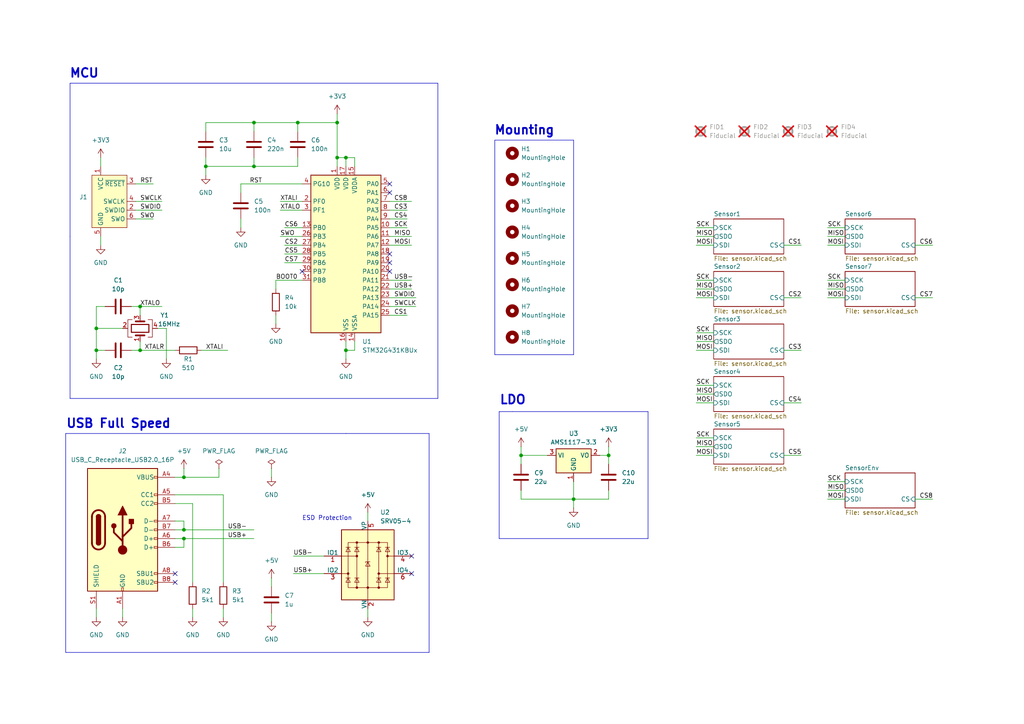
<source format=kicad_sch>
(kicad_sch (version 20231120) (generator "eeschema") (generator_version "8.0")
  (paper "A4")
  (lib_symbols
    (symbol "Connector:Conn_ARM_SWD_TagConnect_TC2030-NL" (in_bom no)
      (property "Reference" "J" (at 2.54 11.43 0))
      (property "Value" "Conn_ARM_SWD_TagConnect_TC2030-NL" (at 2.54 8.89 0))
      (symbol "Conn_ARM_SWD_TagConnect_TC2030-NL_0_0"
        (pin power_in line (at -2.54 10.16 270) (length 2.54) (name "VCC") (number "1"))
        (pin bidirectional line (at 7.62 -2.54 180) (length 2.54) (name "SWDIO") (number "2"))
        (pin open_collector line (at 7.62 5.08 180) (length 2.54) (name "~{RESET}") (number "3"))
        (pin output line (at 7.62 0 180) (length 2.54) (name "SWCLK") (number "4"))
        (pin power_in line (at -2.54 -10.16 90) (length 2.54) (name "GND") (number "5"))
        (pin input line (at 7.62 -5.08 180) (length 2.54) (name "SWO") (number "6"))
      )
      (symbol "Conn_ARM_SWD_TagConnect_TC2030-NL_0_1"
        (rectangle (start -5.08 7.62) (end 5.08 -7.62) (fill (type background)))
      )
    )
    (symbol "Connector:USB_C_Receptacle_USB2.0_16P" (pin_names (offset 1.016))
      (property "Reference" "J" (at 0 22.225 0))
      (property "Value" "USB_C_Receptacle_USB2.0_16P" (at 0 19.685 0))
      (symbol "USB_C_Receptacle_USB2.0_16P_0_0"
        (rectangle (start -0.254 -17.78) (end 0.254 -16.764))
        (rectangle (start 10.16 -14.986) (end 9.144 -15.494))
        (rectangle (start 10.16 -12.446) (end 9.144 -12.954))
        (rectangle (start 10.16 -4.826) (end 9.144 -5.334))
        (rectangle (start 10.16 -2.286) (end 9.144 -2.794))
        (rectangle (start 10.16 0.254) (end 9.144 -0.254))
        (rectangle (start 10.16 2.794) (end 9.144 2.286))
        (rectangle (start 10.16 7.874) (end 9.144 7.366))
        (rectangle (start 10.16 10.414) (end 9.144 9.906))
        (rectangle (start 10.16 15.494) (end 9.144 14.986))
      )
      (symbol "USB_C_Receptacle_USB2.0_16P_0_1"
        (rectangle (start -10.16 17.78) (end 10.16 -17.78) (stroke (width 0.254)) (fill (type background)))
        (arc (start -8.89 -3.81) (mid -6.985 -5.7067) (end -5.08 -3.81) (stroke (width 0.508)))
        (arc (start -7.62 -3.81) (mid -6.985 -4.4423) (end -6.35 -3.81) (stroke (width 0.254)))
        (arc (start -7.62 -3.81) (mid -6.985 -4.4423) (end -6.35 -3.81) (stroke (width 0.254)) (fill (type outline)))
        (rectangle (start -7.62 -3.81) (end -6.35 3.81) (stroke (width 0.254)) (fill (type outline)))
        (arc (start -6.35 3.81) (mid -6.985 4.4423) (end -7.62 3.81) (stroke (width 0.254)))
        (arc (start -6.35 3.81) (mid -6.985 4.4423) (end -7.62 3.81) (stroke (width 0.254)) (fill (type outline)))
        (arc (start -5.08 3.81) (mid -6.985 5.7067) (end -8.89 3.81) (stroke (width 0.508)))
        (circle (center -2.54 1.143) (radius 0.635) (stroke (width 0.254)) (fill (type outline)))
        (circle (center 0 -5.842) (radius 1.27) (fill (type outline)))
        (polyline (pts (xy -8.89 -3.81) (xy -8.89 3.81)) (stroke (width 0.508)))
        (polyline (pts (xy -5.08 3.81) (xy -5.08 -3.81)) (stroke (width 0.508)))
        (polyline (pts (xy 0 -5.842) (xy 0 4.318)) (stroke (width 0.508)))
        (polyline (pts (xy 0 -3.302) (xy -2.54 -0.762) (xy -2.54 0.508)) (stroke (width 0.508)))
        (polyline (pts (xy 0 -2.032) (xy 2.54 0.508) (xy 2.54 1.778)) (stroke (width 0.508)))
        (polyline (pts (xy -1.27 4.318) (xy 0 6.858) (xy 1.27 4.318) (xy -1.27 4.318)) (stroke (width 0.254)) (fill (type outline)))
        (rectangle (start 1.905 1.778) (end 3.175 3.048) (stroke (width 0.254)) (fill (type outline)))
      )
      (symbol "USB_C_Receptacle_USB2.0_16P_1_1"
        (pin passive line (at 0 -22.86 90) (length 5.08) (name "GND") (number "A1"))
        (pin passive line (at 0 -22.86 90) (length 5.08) hide (name "GND") (number "A12"))
        (pin passive line (at 15.24 15.24 180) (length 5.08) (name "VBUS") (number "A4"))
        (pin bidirectional line (at 15.24 10.16 180) (length 5.08) (name "CC1") (number "A5"))
        (pin bidirectional line (at 15.24 -2.54 180) (length 5.08) (name "D+") (number "A6"))
        (pin bidirectional line (at 15.24 2.54 180) (length 5.08) (name "D-") (number "A7"))
        (pin bidirectional line (at 15.24 -12.7 180) (length 5.08) (name "SBU1") (number "A8"))
        (pin passive line (at 15.24 15.24 180) (length 5.08) hide (name "VBUS") (number "A9"))
        (pin passive line (at 0 -22.86 90) (length 5.08) hide (name "GND") (number "B1"))
        (pin passive line (at 0 -22.86 90) (length 5.08) hide (name "GND") (number "B12"))
        (pin passive line (at 15.24 15.24 180) (length 5.08) hide (name "VBUS") (number "B4"))
        (pin bidirectional line (at 15.24 7.62 180) (length 5.08) (name "CC2") (number "B5"))
        (pin bidirectional line (at 15.24 -5.08 180) (length 5.08) (name "D+") (number "B6"))
        (pin bidirectional line (at 15.24 0 180) (length 5.08) (name "D-") (number "B7"))
        (pin bidirectional line (at 15.24 -15.24 180) (length 5.08) (name "SBU2") (number "B8"))
        (pin passive line (at 15.24 15.24 180) (length 5.08) hide (name "VBUS") (number "B9"))
        (pin passive line (at -7.62 -22.86 90) (length 5.08) (name "SHIELD") (number "S1"))
      )
    )
    (symbol "Device:C" (pin_numbers hide) (pin_names (offset 0.254))
      (property "Reference" "C" (at 0.635 2.54 0))
      (property "Value" "C" (at 0.635 -2.54 0))
      (symbol "C_0_1"
        (polyline (pts (xy -2.032 -0.762) (xy 2.032 -0.762)) (stroke (width 0.508)))
        (polyline (pts (xy -2.032 0.762) (xy 2.032 0.762)) (stroke (width 0.508)))
      )
      (symbol "C_1_1"
        (pin passive line (at 0 3.81 270) (length 2.794) (name "~") (number "1"))
        (pin passive line (at 0 -3.81 90) (length 2.794) (name "~") (number "2"))
      )
    )
    (symbol "Device:Crystal_GND24" (pin_names (offset 1.016) hide)
      (property "Reference" "Y" (at 3.175 5.08 0))
      (property "Value" "Crystal_GND24" (at 3.175 3.175 0))
      (symbol "Crystal_GND24_0_1"
        (rectangle (start -1.143 2.54) (end 1.143 -2.54) (stroke (width 0.3048)))
        (polyline (pts (xy -2.54 0) (xy -2.032 0)))
        (polyline (pts (xy -2.032 -1.27) (xy -2.032 1.27)) (stroke (width 0.508)))
        (polyline (pts (xy 0 -3.81) (xy 0 -3.556)))
        (polyline (pts (xy 0 3.556) (xy 0 3.81)))
        (polyline (pts (xy 2.032 -1.27) (xy 2.032 1.27)) (stroke (width 0.508)))
        (polyline (pts (xy 2.032 0) (xy 2.54 0)))
        (polyline (pts (xy -2.54 -2.286) (xy -2.54 -3.556) (xy 2.54 -3.556) (xy 2.54 -2.286)))
        (polyline (pts (xy -2.54 2.286) (xy -2.54 3.556) (xy 2.54 3.556) (xy 2.54 2.286)))
      )
      (symbol "Crystal_GND24_1_1"
        (pin passive line (at -3.81 0 0) (length 1.27) (name "1") (number "1"))
        (pin passive line (at 0 5.08 270) (length 1.27) (name "2") (number "2"))
        (pin passive line (at 3.81 0 180) (length 1.27) (name "3") (number "3"))
        (pin passive line (at 0 -5.08 90) (length 1.27) (name "4") (number "4"))
      )
    )
    (symbol "Device:R" (pin_numbers hide) (pin_names (offset 0))
      (property "Reference" "R" (at 2.032 0 90))
      (property "Value" "R" (at 0 0 90))
      (symbol "R_0_1"
        (rectangle (start -1.016 -2.54) (end 1.016 2.54) (stroke (width 0.254)))
      )
      (symbol "R_1_1"
        (pin passive line (at 0 3.81 270) (length 1.27) (name "~") (number "1"))
        (pin passive line (at 0 -3.81 90) (length 1.27) (name "~") (number "2"))
      )
    )
    (symbol "GND_1" (power) (pin_numbers hide) (pin_names (offset 0) hide)
      (property "Value" "GND" (at 0 -3.81 0))
      (symbol "GND_1_0_1"
        (polyline (pts (xy 0 0) (xy 0 -1.27) (xy 1.27 -1.27) (xy 0 -2.54) (xy -1.27 -1.27) (xy 0 -1.27)))
      )
      (symbol "GND_1_1_1"
        (pin power_in line (at 0 0 270) (length 0) (name "~") (number "1"))
      )
    )
    (symbol "GND_10" (power) (pin_numbers hide) (pin_names (offset 0) hide)
      (property "Value" "GND" (at 0 -3.81 0))
      (symbol "GND_10_0_1"
        (polyline (pts (xy 0 0) (xy 0 -1.27) (xy 1.27 -1.27) (xy 0 -2.54) (xy -1.27 -1.27) (xy 0 -1.27)))
      )
      (symbol "GND_10_1_1"
        (pin power_in line (at 0 0 270) (length 0) (name "~") (number "1"))
      )
    )
    (symbol "GND_11" (power) (pin_numbers hide) (pin_names (offset 0) hide)
      (property "Value" "GND" (at 0 -3.81 0))
      (symbol "GND_11_0_1"
        (polyline (pts (xy 0 0) (xy 0 -1.27) (xy 1.27 -1.27) (xy 0 -2.54) (xy -1.27 -1.27) (xy 0 -1.27)))
      )
      (symbol "GND_11_1_1"
        (pin power_in line (at 0 0 270) (length 0) (name "~") (number "1"))
      )
    )
    (symbol "GND_14" (power) (pin_numbers hide) (pin_names (offset 0) hide)
      (property "Value" "GND" (at 0 -3.81 0))
      (symbol "GND_14_0_1"
        (polyline (pts (xy 0 0) (xy 0 -1.27) (xy 1.27 -1.27) (xy 0 -2.54) (xy -1.27 -1.27) (xy 0 -1.27)))
      )
      (symbol "GND_14_1_1"
        (pin power_in line (at 0 0 270) (length 0) (name "~") (number "1"))
      )
    )
    (symbol "GND_2" (power) (pin_numbers hide) (pin_names (offset 0) hide)
      (property "Value" "GND" (at 0 -3.81 0))
      (symbol "GND_2_0_1"
        (polyline (pts (xy 0 0) (xy 0 -1.27) (xy 1.27 -1.27) (xy 0 -2.54) (xy -1.27 -1.27) (xy 0 -1.27)))
      )
      (symbol "GND_2_1_1"
        (pin power_in line (at 0 0 270) (length 0) (name "~") (number "1"))
      )
    )
    (symbol "GND_3" (power) (pin_numbers hide) (pin_names (offset 0) hide)
      (property "Value" "GND" (at 0 -3.81 0))
      (symbol "GND_3_0_1"
        (polyline (pts (xy 0 0) (xy 0 -1.27) (xy 1.27 -1.27) (xy 0 -2.54) (xy -1.27 -1.27) (xy 0 -1.27)))
      )
      (symbol "GND_3_1_1"
        (pin power_in line (at 0 0 270) (length 0) (name "~") (number "1"))
      )
    )
    (symbol "GND_4" (power) (pin_numbers hide) (pin_names (offset 0) hide)
      (property "Value" "GND" (at 0 -3.81 0))
      (symbol "GND_4_0_1"
        (polyline (pts (xy 0 0) (xy 0 -1.27) (xy 1.27 -1.27) (xy 0 -2.54) (xy -1.27 -1.27) (xy 0 -1.27)))
      )
      (symbol "GND_4_1_1"
        (pin power_in line (at 0 0 270) (length 0) (name "~") (number "1"))
      )
    )
    (symbol "GND_5" (power) (pin_numbers hide) (pin_names (offset 0) hide)
      (property "Value" "GND" (at 0 -3.81 0))
      (symbol "GND_5_0_1"
        (polyline (pts (xy 0 0) (xy 0 -1.27) (xy 1.27 -1.27) (xy 0 -2.54) (xy -1.27 -1.27) (xy 0 -1.27)))
      )
      (symbol "GND_5_1_1"
        (pin power_in line (at 0 0 270) (length 0) (name "~") (number "1"))
      )
    )
    (symbol "GND_6" (power) (pin_numbers hide) (pin_names (offset 0) hide)
      (property "Value" "GND" (at 0 -3.81 0))
      (symbol "GND_6_0_1"
        (polyline (pts (xy 0 0) (xy 0 -1.27) (xy 1.27 -1.27) (xy 0 -2.54) (xy -1.27 -1.27) (xy 0 -1.27)))
      )
      (symbol "GND_6_1_1"
        (pin power_in line (at 0 0 270) (length 0) (name "~") (number "1"))
      )
    )
    (symbol "GND_7" (power) (pin_numbers hide) (pin_names (offset 0) hide)
      (property "Value" "GND" (at 0 -3.81 0))
      (symbol "GND_7_0_1"
        (polyline (pts (xy 0 0) (xy 0 -1.27) (xy 1.27 -1.27) (xy 0 -2.54) (xy -1.27 -1.27) (xy 0 -1.27)))
      )
      (symbol "GND_7_1_1"
        (pin power_in line (at 0 0 270) (length 0) (name "~") (number "1"))
      )
    )
    (symbol "GND_8" (power) (pin_numbers hide) (pin_names (offset 0) hide)
      (property "Value" "GND" (at 0 -3.81 0))
      (symbol "GND_8_0_1"
        (polyline (pts (xy 0 0) (xy 0 -1.27) (xy 1.27 -1.27) (xy 0 -2.54) (xy -1.27 -1.27) (xy 0 -1.27)))
      )
      (symbol "GND_8_1_1"
        (pin power_in line (at 0 0 270) (length 0) (name "~") (number "1"))
      )
    )
    (symbol "GND_9" (power) (pin_numbers hide) (pin_names (offset 0) hide)
      (property "Value" "GND" (at 0 -3.81 0))
      (symbol "GND_9_0_1"
        (polyline (pts (xy 0 0) (xy 0 -1.27) (xy 1.27 -1.27) (xy 0 -2.54) (xy -1.27 -1.27) (xy 0 -1.27)))
      )
      (symbol "GND_9_1_1"
        (pin power_in line (at 0 0 270) (length 0) (name "~") (number "1"))
      )
    )
    (symbol "MCU_ST_STM32G4:STM32G431KBUx"
      (property "Reference" "U" (at -10.16 24.13 0))
      (property "Value" "STM32G431KBUx" (at 5.08 24.13 0))
      (symbol "STM32G431KBUx_0_1"
        (rectangle (start -10.16 -22.86) (end 10.16 22.86) (stroke (width 0.254)) (fill (type background)))
      )
      (symbol "STM32G431KBUx_1_1"
        (pin power_in line (at -2.54 25.4 270) (length 2.54) (name "VDD") (number "1"))
        (pin bidirectional line (at 12.7 7.62 180) (length 2.54) (name "PA5") (number "10"))
        (pin bidirectional line (at 12.7 5.08 180) (length 2.54) (name "PA6") (number "11"))
        (pin bidirectional line (at 12.7 2.54 180) (length 2.54) (name "PA7") (number "12"))
        (pin bidirectional line (at -12.7 7.62 0) (length 2.54) (name "PB0") (number "13"))
        (pin power_in line (at 2.54 -25.4 90) (length 2.54) (name "VSSA") (number "14"))
        (pin power_in line (at 2.54 25.4 270) (length 2.54) (name "VDDA") (number "15"))
        (pin power_in line (at 0 -25.4 90) (length 2.54) (name "VSS") (number "16"))
        (pin power_in line (at 0 25.4 270) (length 2.54) (name "VDD") (number "17"))
        (pin bidirectional line (at 12.7 0 180) (length 2.54) (name "PA8") (number "18"))
        (pin bidirectional line (at 12.7 -2.54 180) (length 2.54) (name "PA9") (number "19"))
        (pin bidirectional line (at -12.7 15.24 0) (length 2.54) (name "PF0") (number "2"))
        (pin bidirectional line (at 12.7 -5.08 180) (length 2.54) (name "PA10") (number "20"))
        (pin bidirectional line (at 12.7 -7.62 180) (length 2.54) (name "PA11") (number "21"))
        (pin bidirectional line (at 12.7 -10.16 180) (length 2.54) (name "PA12") (number "22"))
        (pin bidirectional line (at 12.7 -12.7 180) (length 2.54) (name "PA13") (number "23"))
        (pin bidirectional line (at 12.7 -15.24 180) (length 2.54) (name "PA14") (number "24"))
        (pin bidirectional line (at 12.7 -17.78 180) (length 2.54) (name "PA15") (number "25"))
        (pin bidirectional line (at -12.7 5.08 0) (length 2.54) (name "PB3") (number "26"))
        (pin bidirectional line (at -12.7 2.54 0) (length 2.54) (name "PB4") (number "27"))
        (pin bidirectional line (at -12.7 0 0) (length 2.54) (name "PB5") (number "28"))
        (pin bidirectional line (at -12.7 -2.54 0) (length 2.54) (name "PB6") (number "29"))
        (pin bidirectional line (at -12.7 12.7 0) (length 2.54) (name "PF1") (number "3"))
        (pin bidirectional line (at -12.7 -5.08 0) (length 2.54) (name "PB7") (number "30"))
        (pin bidirectional line (at -12.7 -7.62 0) (length 2.54) (name "PB8") (number "31"))
        (pin passive line (at 0 -25.4 90) (length 2.54) hide (name "VSS") (number "32"))
        (pin passive line (at 0 -25.4 90) (length 2.54) hide (name "VSS") (number "33"))
        (pin bidirectional line (at -12.7 20.32 0) (length 2.54) (name "PG10") (number "4"))
        (pin bidirectional line (at 12.7 20.32 180) (length 2.54) (name "PA0") (number "5"))
        (pin bidirectional line (at 12.7 17.78 180) (length 2.54) (name "PA1") (number "6"))
        (pin bidirectional line (at 12.7 15.24 180) (length 2.54) (name "PA2") (number "7"))
        (pin bidirectional line (at 12.7 12.7 180) (length 2.54) (name "PA3") (number "8"))
        (pin bidirectional line (at 12.7 10.16 180) (length 2.54) (name "PA4") (number "9"))
      )
    )
    (symbol "Mechanical:Fiducial" (exclude_from_sim yes) (in_bom no)
      (property "Reference" "FID" (at 0 5.08 0))
      (property "Value" "Fiducial" (at 0 3.175 0))
      (symbol "Fiducial_0_1"
        (circle (center 0 0) (radius 1.27) (stroke (width 0.508)) (fill (type background)))
      )
    )
    (symbol "Mechanical:MountingHole" (pin_names (offset 1.016)) (exclude_from_sim yes) (in_bom no)
      (property "Reference" "H" (at 0 5.08 0))
      (property "Value" "MountingHole" (at 0 3.175 0))
      (symbol "MountingHole_0_1"
        (circle (center 0 0) (radius 1.27) (stroke (width 1.27)))
      )
    )
    (symbol "Power_Protection:SRV05-4" (pin_names (offset 0))
      (property "Reference" "U" (at -5.08 11.43 0))
      (property "Value" "SRV05-4" (at 2.54 11.43 0))
      (symbol "SRV05-4_0_0"
        (rectangle (start -5.715 6.477) (end 5.715 -6.604))
        (polyline (pts (xy -3.175 -6.604) (xy -3.175 6.477)))
        (polyline (pts (xy 3.175 6.477) (xy 3.175 -6.604)))
      )
      (symbol "SRV05-4_0_1"
        (rectangle (start -7.62 10.16) (end 7.62 -10.16) (stroke (width 0.254)) (fill (type background)))
        (circle (center -5.715 -2.54) (radius 0.2794) (fill (type outline)))
        (circle (center -3.175 -6.604) (radius 0.2794) (fill (type outline)))
        (circle (center -3.175 2.54) (radius 0.2794) (fill (type outline)))
        (circle (center -3.175 6.477) (radius 0.2794) (fill (type outline)))
        (circle (center 0 -6.604) (radius 0.2794) (fill (type outline)))
        (polyline (pts (xy -7.747 2.54) (xy -3.175 2.54)))
        (polyline (pts (xy -7.62 -2.54) (xy -5.715 -2.54)))
        (polyline (pts (xy -5.08 -3.81) (xy -6.35 -3.81)))
        (polyline (pts (xy -5.08 5.08) (xy -6.35 5.08)))
        (polyline (pts (xy -2.54 -3.81) (xy -3.81 -3.81)))
        (polyline (pts (xy -2.54 5.08) (xy -3.81 5.08)))
        (polyline (pts (xy 0 10.16) (xy 0 -10.16)))
        (polyline (pts (xy 3.81 -3.81) (xy 2.54 -3.81)))
        (polyline (pts (xy 3.81 5.08) (xy 2.54 5.08)))
        (polyline (pts (xy 6.35 -3.81) (xy 5.08 -3.81)))
        (polyline (pts (xy 6.35 5.08) (xy 5.08 5.08)))
        (polyline (pts (xy 7.62 -2.54) (xy 3.175 -2.54)))
        (polyline (pts (xy 7.62 2.54) (xy 5.715 2.54)))
        (polyline (pts (xy 0.635 0.889) (xy -0.635 0.889) (xy -0.635 0.635)))
        (polyline (pts (xy -5.08 -5.08) (xy -6.35 -5.08) (xy -5.715 -3.81) (xy -5.08 -5.08)))
        (polyline (pts (xy -5.08 3.81) (xy -6.35 3.81) (xy -5.715 5.08) (xy -5.08 3.81)))
        (polyline (pts (xy -2.54 -5.08) (xy -3.81 -5.08) (xy -3.175 -3.81) (xy -2.54 -5.08)))
        (polyline (pts (xy -2.54 3.81) (xy -3.81 3.81) (xy -3.175 5.08) (xy -2.54 3.81)))
        (polyline (pts (xy 0.635 -0.381) (xy -0.635 -0.381) (xy 0 0.889) (xy 0.635 -0.381)))
        (polyline (pts (xy 3.81 -5.08) (xy 2.54 -5.08) (xy 3.175 -3.81) (xy 3.81 -5.08)))
        (polyline (pts (xy 3.81 3.81) (xy 2.54 3.81) (xy 3.175 5.08) (xy 3.81 3.81)))
        (polyline (pts (xy 6.35 -5.08) (xy 5.08 -5.08) (xy 5.715 -3.81) (xy 6.35 -5.08)))
        (polyline (pts (xy 6.35 3.81) (xy 5.08 3.81) (xy 5.715 5.08) (xy 6.35 3.81)))
        (circle (center 0 6.477) (radius 0.2794) (fill (type outline)))
        (circle (center 3.175 -6.604) (radius 0.2794) (fill (type outline)))
        (circle (center 3.175 -2.54) (radius 0.2794) (fill (type outline)))
        (circle (center 3.175 6.477) (radius 0.2794) (fill (type outline)))
        (circle (center 5.715 2.54) (radius 0.2794) (fill (type outline)))
      )
      (symbol "SRV05-4_1_1"
        (pin passive line (at -12.7 2.54 0) (length 5.08) (name "IO1") (number "1"))
        (pin passive line (at 0 -12.7 90) (length 2.54) (name "VN") (number "2"))
        (pin passive line (at -12.7 -2.54 0) (length 5.08) (name "IO2") (number "3"))
        (pin passive line (at 12.7 2.54 180) (length 5.08) (name "IO3") (number "4"))
        (pin passive line (at 0 12.7 270) (length 2.54) (name "VP") (number "5"))
        (pin passive line (at 12.7 -2.54 180) (length 5.08) (name "IO4") (number "6"))
      )
    )
    (symbol "Regulator_Linear:AMS1117-3.3"
      (property "Reference" "U" (at -3.81 3.175 0))
      (property "Value" "AMS1117-3.3" (at 0 3.175 0))
      (symbol "AMS1117-3.3_0_1"
        (rectangle (start -5.08 -5.08) (end 5.08 1.905) (stroke (width 0.254)) (fill (type background)))
      )
      (symbol "AMS1117-3.3_1_1"
        (pin power_in line (at 0 -7.62 90) (length 2.54) (name "GND") (number "1"))
        (pin power_out line (at 7.62 0 180) (length 2.54) (name "VO") (number "2"))
        (pin power_in line (at -7.62 0 0) (length 2.54) (name "VI") (number "3"))
      )
    )
    (symbol "VBUS_3" (power) (pin_numbers hide) (pin_names (offset 0) hide)
      (property "Value" "VBUS" (at 0 3.556 0))
      (symbol "VBUS_3_0_1"
        (polyline (pts (xy -0.762 1.27) (xy 0 2.54)))
        (polyline (pts (xy 0 0) (xy 0 2.54)))
        (polyline (pts (xy 0 2.54) (xy 0.762 1.27)))
      )
      (symbol "VBUS_3_1_1"
        (pin power_in line (at 0 0 90) (length 0) (name "~") (number "1"))
      )
    )
    (symbol "power:+3V3" (power) (pin_numbers hide) (pin_names (offset 0) hide)
      (property "Value" "+3V3" (at 0 3.556 0))
      (symbol "+3V3_0_1"
        (polyline (pts (xy -0.762 1.27) (xy 0 2.54)))
        (polyline (pts (xy 0 0) (xy 0 2.54)))
        (polyline (pts (xy 0 2.54) (xy 0.762 1.27)))
      )
      (symbol "+3V3_1_1"
        (pin power_in line (at 0 0 90) (length 0) (name "~") (number "1"))
      )
    )
    (symbol "power:GND" (power) (pin_numbers hide) (pin_names (offset 0) hide)
      (property "Value" "GND" (at 0 -3.81 0))
      (symbol "GND_0_1"
        (polyline (pts (xy 0 0) (xy 0 -1.27) (xy 1.27 -1.27) (xy 0 -2.54) (xy -1.27 -1.27) (xy 0 -1.27)))
      )
      (symbol "GND_1_1"
        (pin power_in line (at 0 0 270) (length 0) (name "~") (number "1"))
      )
    )
    (symbol "power:PWR_FLAG" (power) (pin_numbers hide) (pin_names (offset 0) hide)
      (property "Value" "PWR_FLAG" (at 0 3.81 0))
      (symbol "PWR_FLAG_0_0"
        (pin power_out line (at 0 0 90) (length 0) (name "~") (number "1"))
      )
      (symbol "PWR_FLAG_0_1"
        (polyline (pts (xy 0 0) (xy 0 1.27) (xy -1.016 1.905) (xy 0 2.54) (xy 1.016 1.905) (xy 0 1.27)))
      )
    )
  )
  (junction (at 97.79 45.72))
  (junction (at 73.66 48.26))
  (junction (at 27.94 101.6))
  (junction (at 100.33 45.72))
  (junction (at 176.53 132.08))
  (junction (at 27.94 95.25))
  (junction (at 53.34 156.21))
  (junction (at 40.64 88.9))
  (junction (at 86.36 35.56))
  (junction (at 97.79 35.56))
  (junction (at 53.34 153.67))
  (junction (at 53.34 138.43))
  (junction (at 100.33 101.6))
  (junction (at 59.69 48.26))
  (junction (at 73.66 35.56))
  (junction (at 166.37 144.78))
  (junction (at 151.13 132.08))
  (junction (at 40.64 101.6))
  (no_connect (at 113.03 76.2))
  (no_connect (at 113.03 78.74))
  (no_connect (at 87.63 78.74))
  (no_connect (at 119.38 166.37))
  (no_connect (at 113.03 55.88))
  (no_connect (at 113.03 53.34))
  (no_connect (at 50.8 168.91))
  (no_connect (at 113.03 73.66))
  (no_connect (at 119.38 161.29))
  (no_connect (at 50.8 166.37))
  (wire (pts (xy 97.79 35.56) (xy 97.79 45.72)))
  (wire (pts (xy 166.37 144.78) (xy 176.53 144.78)))
  (wire (pts (xy 53.34 156.21) (xy 73.66 156.21)))
  (wire (pts (xy 40.64 88.9) (xy 38.1 88.9)))
  (wire (pts (xy 151.13 142.24) (xy 151.13 144.78)))
  (wire (pts (xy 39.37 53.34) (xy 44.45 53.34)))
  (wire (pts (xy 73.66 35.56) (xy 73.66 38.1)))
  (wire (pts (xy 55.88 168.91) (xy 55.88 146.05)))
  (wire (pts (xy 113.03 83.82) (xy 119.38 83.82)))
  (wire (pts (xy 86.36 35.56) (xy 97.79 35.56)))
  (wire (pts (xy 240.03 142.24) (xy 245.11 142.24)))
  (wire (pts (xy 50.8 151.13) (xy 53.34 151.13)))
  (wire (pts (xy 39.37 63.5) (xy 44.45 63.5)))
  (polyline (pts (xy 148.59 119.38) (xy 187.96 119.38)))
  (polyline (pts (xy 124.46 125.73) (xy 124.46 189.23)))
  (wire (pts (xy 227.33 101.6) (xy 232.41 101.6)))
  (wire (pts (xy 27.94 104.14) (xy 27.94 101.6)))
  (wire (pts (xy 201.93 116.84) (xy 207.01 116.84)))
  (wire (pts (xy 35.56 176.53) (xy 35.56 179.07)))
  (polyline (pts (xy 19.05 125.73) (xy 100.33 125.73)))
  (wire (pts (xy 113.03 88.9) (xy 120.65 88.9)))
  (wire (pts (xy 40.64 99.06) (xy 40.64 101.6)))
  (wire (pts (xy 40.64 91.44) (xy 40.64 88.9)))
  (wire (pts (xy 50.8 156.21) (xy 53.34 156.21)))
  (wire (pts (xy 201.93 99.06) (xy 207.01 99.06)))
  (wire (pts (xy 59.69 38.1) (xy 59.69 35.56)))
  (wire (pts (xy 240.03 71.12) (xy 245.11 71.12)))
  (wire (pts (xy 201.93 81.28) (xy 207.01 81.28)))
  (wire (pts (xy 39.37 60.96) (xy 46.99 60.96)))
  (wire (pts (xy 40.64 101.6) (xy 50.8 101.6)))
  (wire (pts (xy 85.09 166.37) (xy 93.98 166.37)))
  (polyline (pts (xy 143.51 102.87) (xy 166.37 102.87)))
  (wire (pts (xy 53.34 158.75) (xy 53.34 156.21)))
  (wire (pts (xy 201.93 96.52) (xy 207.01 96.52)))
  (wire (pts (xy 55.88 176.53) (xy 55.88 179.07)))
  (wire (pts (xy 100.33 99.06) (xy 100.33 101.6)))
  (wire (pts (xy 113.03 58.42) (xy 119.38 58.42)))
  (wire (pts (xy 113.03 91.44) (xy 118.11 91.44)))
  (wire (pts (xy 106.68 148.59) (xy 106.68 151.13)))
  (polyline (pts (xy 127 24.13) (xy 20.32 24.13)))
  (wire (pts (xy 113.03 86.36) (xy 120.65 86.36)))
  (wire (pts (xy 40.64 88.9) (xy 46.99 88.9)))
  (wire (pts (xy 53.34 135.89) (xy 53.34 138.43)))
  (wire (pts (xy 113.03 66.04) (xy 118.11 66.04)))
  (wire (pts (xy 59.69 48.26) (xy 73.66 48.26)))
  (wire (pts (xy 27.94 101.6) (xy 30.48 101.6)))
  (wire (pts (xy 113.03 81.28) (xy 119.38 81.28)))
  (wire (pts (xy 64.77 176.53) (xy 64.77 179.07)))
  (polyline (pts (xy 20.32 68.58) (xy 20.32 115.57)))
  (wire (pts (xy 201.93 114.3) (xy 207.01 114.3)))
  (wire (pts (xy 240.03 144.78) (xy 245.11 144.78)))
  (polyline (pts (xy 144.78 156.21) (xy 144.78 119.38)))
  (polyline (pts (xy 143.51 40.64) (xy 143.51 102.87)))
  (wire (pts (xy 201.93 129.54) (xy 207.01 129.54)))
  (polyline (pts (xy 187.96 156.21) (xy 144.78 156.21)))
  (wire (pts (xy 78.74 135.89) (xy 78.74 138.43)))
  (wire (pts (xy 82.55 66.04) (xy 87.63 66.04)))
  (wire (pts (xy 227.33 71.12) (xy 232.41 71.12)))
  (wire (pts (xy 58.42 101.6) (xy 66.04 101.6)))
  (wire (pts (xy 176.53 132.08) (xy 173.99 132.08)))
  (wire (pts (xy 176.53 144.78) (xy 176.53 142.24)))
  (wire (pts (xy 166.37 139.7) (xy 166.37 144.78)))
  (wire (pts (xy 97.79 45.72) (xy 97.79 48.26)))
  (wire (pts (xy 240.03 68.58) (xy 245.11 68.58)))
  (wire (pts (xy 27.94 95.25) (xy 27.94 88.9)))
  (wire (pts (xy 201.93 83.82) (xy 207.01 83.82)))
  (wire (pts (xy 240.03 83.82) (xy 245.11 83.82)))
  (polyline (pts (xy 20.32 24.13) (xy 20.32 68.58)))
  (wire (pts (xy 48.26 95.25) (xy 48.26 104.14)))
  (wire (pts (xy 82.55 73.66) (xy 87.63 73.66)))
  (wire (pts (xy 201.93 66.04) (xy 207.01 66.04)))
  (wire (pts (xy 265.43 71.12) (xy 270.51 71.12)))
  (polyline (pts (xy 19.05 189.23) (xy 19.05 125.73)))
  (polyline (pts (xy 127 115.57) (xy 127 24.13)))
  (wire (pts (xy 201.93 86.36) (xy 207.01 86.36)))
  (wire (pts (xy 201.93 71.12) (xy 207.01 71.12)))
  (wire (pts (xy 81.28 68.58) (xy 87.63 68.58)))
  (wire (pts (xy 48.26 95.25) (xy 45.72 95.25)))
  (wire (pts (xy 113.03 60.96) (xy 118.11 60.96)))
  (wire (pts (xy 50.8 143.51) (xy 64.77 143.51)))
  (wire (pts (xy 265.43 144.78) (xy 270.51 144.78)))
  (wire (pts (xy 27.94 95.25) (xy 35.56 95.25)))
  (wire (pts (xy 227.33 116.84) (xy 232.41 116.84)))
  (wire (pts (xy 80.01 81.28) (xy 80.01 83.82)))
  (wire (pts (xy 73.66 35.56) (xy 86.36 35.56)))
  (wire (pts (xy 78.74 177.8) (xy 78.74 180.34)))
  (wire (pts (xy 63.5 138.43) (xy 53.34 138.43)))
  (wire (pts (xy 85.09 161.29) (xy 93.98 161.29)))
  (polyline (pts (xy 144.78 119.38) (xy 148.59 119.38)))
  (wire (pts (xy 81.28 58.42) (xy 87.63 58.42)))
  (wire (pts (xy 113.03 63.5) (xy 118.11 63.5)))
  (polyline (pts (xy 187.96 119.38) (xy 187.96 156.21)))
  (wire (pts (xy 176.53 132.08) (xy 176.53 134.62)))
  (wire (pts (xy 100.33 101.6) (xy 100.33 104.14)))
  (polyline (pts (xy 124.46 189.23) (xy 19.05 189.23)))
  (wire (pts (xy 201.93 111.76) (xy 207.01 111.76)))
  (wire (pts (xy 227.33 86.36) (xy 232.41 86.36)))
  (wire (pts (xy 59.69 45.72) (xy 59.69 48.26)))
  (wire (pts (xy 27.94 176.53) (xy 27.94 179.07)))
  (polyline (pts (xy 143.51 40.64) (xy 166.37 40.64)))
  (polyline (pts (xy 20.32 115.57) (xy 127 115.57)))
  (wire (pts (xy 69.85 53.34) (xy 87.63 53.34)))
  (wire (pts (xy 86.36 48.26) (xy 86.36 45.72)))
  (wire (pts (xy 240.03 81.28) (xy 245.11 81.28)))
  (wire (pts (xy 63.5 135.89) (xy 63.5 138.43)))
  (wire (pts (xy 240.03 139.7) (xy 245.11 139.7)))
  (wire (pts (xy 100.33 45.72) (xy 102.87 45.72)))
  (wire (pts (xy 59.69 48.26) (xy 59.69 50.8)))
  (wire (pts (xy 176.53 129.54) (xy 176.53 132.08)))
  (wire (pts (xy 86.36 35.56) (xy 86.36 38.1)))
  (wire (pts (xy 151.13 134.62) (xy 151.13 132.08)))
  (wire (pts (xy 102.87 101.6) (xy 102.87 99.06)))
  (wire (pts (xy 39.37 58.42) (xy 46.99 58.42)))
  (wire (pts (xy 29.21 45.72) (xy 29.21 48.26)))
  (wire (pts (xy 100.33 45.72) (xy 100.33 48.26)))
  (wire (pts (xy 201.93 101.6) (xy 207.01 101.6)))
  (wire (pts (xy 102.87 45.72) (xy 102.87 48.26)))
  (wire (pts (xy 27.94 88.9) (xy 30.48 88.9)))
  (wire (pts (xy 201.93 132.08) (xy 207.01 132.08)))
  (wire (pts (xy 73.66 48.26) (xy 86.36 48.26)))
  (wire (pts (xy 97.79 45.72) (xy 100.33 45.72)))
  (wire (pts (xy 82.55 71.12) (xy 87.63 71.12)))
  (wire (pts (xy 69.85 63.5) (xy 69.85 66.04)))
  (wire (pts (xy 73.66 45.72) (xy 73.66 48.26)))
  (wire (pts (xy 59.69 35.56) (xy 73.66 35.56)))
  (wire (pts (xy 81.28 60.96) (xy 87.63 60.96)))
  (wire (pts (xy 64.77 143.51) (xy 64.77 168.91)))
  (wire (pts (xy 29.21 68.58) (xy 29.21 71.12)))
  (wire (pts (xy 80.01 81.28) (xy 87.63 81.28)))
  (wire (pts (xy 201.93 127) (xy 207.01 127)))
  (polyline (pts (xy 100.33 125.73) (xy 124.46 125.73)))
  (wire (pts (xy 53.34 153.67) (xy 73.66 153.67)))
  (wire (pts (xy 50.8 153.67) (xy 53.34 153.67)))
  (wire (pts (xy 50.8 158.75) (xy 53.34 158.75)))
  (wire (pts (xy 265.43 86.36) (xy 270.51 86.36)))
  (wire (pts (xy 151.13 144.78) (xy 166.37 144.78)))
  (wire (pts (xy 100.33 101.6) (xy 102.87 101.6)))
  (wire (pts (xy 78.74 167.64) (xy 78.74 170.18)))
  (wire (pts (xy 53.34 151.13) (xy 53.34 153.67)))
  (wire (pts (xy 151.13 132.08) (xy 158.75 132.08)))
  (wire (pts (xy 113.03 71.12) (xy 119.38 71.12)))
  (wire (pts (xy 40.64 101.6) (xy 38.1 101.6)))
  (wire (pts (xy 227.33 132.08) (xy 232.41 132.08)))
  (wire (pts (xy 97.79 33.02) (xy 97.79 35.56)))
  (wire (pts (xy 113.03 68.58) (xy 119.38 68.58)))
  (wire (pts (xy 151.13 129.54) (xy 151.13 132.08)))
  (wire (pts (xy 201.93 68.58) (xy 207.01 68.58)))
  (wire (pts (xy 240.03 86.36) (xy 245.11 86.36)))
  (wire (pts (xy 106.68 176.53) (xy 106.68 179.07)))
  (wire (pts (xy 240.03 66.04) (xy 245.11 66.04)))
  (polyline (pts (xy 166.37 102.87) (xy 166.37 40.64)))
  (wire (pts (xy 69.85 55.88) (xy 69.85 53.34)))
  (wire (pts (xy 27.94 101.6) (xy 27.94 95.25)))
  (wire (pts (xy 80.01 91.44) (xy 80.01 93.98)))
  (wire (pts (xy 82.55 76.2) (xy 87.63 76.2)))
  (wire (pts (xy 55.88 146.05) (xy 50.8 146.05)))
  (wire (pts (xy 166.37 144.78) (xy 166.37 147.32)))
  (wire (pts (xy 53.34 138.43) (xy 50.8 138.43)))
  (text "ESD Protection" (at 87.63 151.13 0) (effects (font (size 1.27 1.27)) (justify left bottom)))
  (text "LDO" (at 144.78 117.602 0) (effects (font (size 2.54 2.54) (thickness 0.508) (bold yes)) (justify left bottom)))
  (text "MCU" (at 20.066 22.86 0) (effects (font (size 2.54 2.54) (thickness 0.508) (bold yes)) (justify left bottom)))
  (text "Mounting" (at 143.256 39.37 0) (effects (font (size 2.54 2.54) (thickness 0.508) (bold yes)) (justify left bottom)))
  (text "USB Full Speed" (at 19.05 124.46 0) (effects (font (size 2.54 2.54) (thickness 0.508) (bold yes)) (justify left bottom)))
  (label "CS6" (at 82.55 66.04 0))
  (label "SWO" (at 81.28 68.58 0))
  (label "SCK" (at 114.3 66.04 0))
  (label "MISO" (at 201.93 99.06 0))
  (label "SCK" (at 240.03 81.28 0))
  (label "MISO" (at 201.93 114.3 0))
  (label "SCK" (at 201.93 127 0))
  (label "USB+" (at 66.04 156.21 0))
  (label "CS4" (at 228.6 116.84 0))
  (label "CS2" (at 228.6 86.36 0))
  (label "MISO" (at 201.93 68.58 0))
  (label "MOSI" (at 201.93 132.08 0))
  (label "MOSI" (at 201.93 101.6 0))
  (label "USB-" (at 114.3 81.28 0))
  (label "SCK" (at 201.93 66.04 0))
  (label "USB-" (at 85.09 161.29 0))
  (label "CS2" (at 82.55 71.12 0))
  (label "MOSI" (at 201.93 86.36 0))
  (label "CS6" (at 266.7 71.12 0))
  (label "SWDIO" (at 114.3 86.36 0))
  (label "MOSI" (at 201.93 71.12 0))
  (label "SCK" (at 240.03 139.7 0))
  (label "XTALO" (at 81.28 60.96 0))
  (label "SCK" (at 201.93 81.28 0))
  (label "CS7" (at 82.55 76.2 0))
  (label "XTALI" (at 59.69 101.6 0))
  (label "CS5" (at 228.6 132.08 0))
  (label "SWO" (at 40.64 63.5 0))
  (label "XTALR" (at 41.91 101.6 0))
  (label "CS7" (at 266.7 86.36 0))
  (label "MISO" (at 114.3 68.58 0))
  (label "MOSI" (at 240.03 71.12 0))
  (label "MISO" (at 201.93 129.54 0))
  (label "SWCLK" (at 114.3 88.9 0))
  (label "CS4" (at 114.3 63.5 0))
  (label "CS3" (at 228.6 101.6 0))
  (label "RST" (at 40.64 53.34 0))
  (label "CS1" (at 114.3 91.44 0))
  (label "CS1" (at 228.6 71.12 0))
  (label "MOSI" (at 114.3 71.12 0))
  (label "MOSI" (at 240.03 144.78 0))
  (label "SCK" (at 240.03 66.04 0))
  (label "SCK" (at 201.93 96.52 0))
  (label "USB+" (at 85.09 166.37 0))
  (label "XTALO" (at 40.64 88.9 0))
  (label "SCK" (at 201.93 111.76 0))
  (label "BOOT0" (at 80.01 81.28 0))
  (label "CS8" (at 266.7 144.78 0))
  (label "CS5" (at 82.55 73.66 0))
  (label "CS3" (at 114.3 60.96 0))
  (label "CS8" (at 114.3 58.42 0))
  (label "MOSI" (at 201.93 116.84 0))
  (label "SWCLK" (at 40.64 58.42 0))
  (label "MISO" (at 240.03 83.82 0))
  (label "USB+" (at 114.3 83.82 0))
  (label "MOSI" (at 240.03 86.36 0))
  (label "USB-" (at 66.04 153.67 0))
  (label "XTALI" (at 81.28 58.42 0))
  (label "RST" (at 72.39 53.34 0))
  (label "MISO" (at 240.03 142.24 0))
  (label "MISO" (at 240.03 68.58 0))
  (label "MISO" (at 201.93 83.82 0))
  (label "SWDIO" (at 40.64 60.96 0))
  (symbol (lib_id "power:GND") (at 166.37 147.32 0) (unit 1)
    (property "Reference" "#PWR021" (effects (hide yes)))
    (property "Value" "GND" (at 166.37 152.4 0))
    (property "Description" "Power symbol creates a global label with name \"GND\" , ground" (effects (hide yes)))
  )
  (symbol (lib_name "GND_7") (lib_id "power:GND") (at 78.74 180.34 0) (unit 1)
    (property "Reference" "#PWR014" (effects (hide yes)))
    (property "Value" "GND" (at 78.74 185.42 0))
    (property "Description" "Power symbol creates a global label with name \"GND\" , ground" (effects (hide yes)))
  )
  (symbol (lib_name "GND_3") (lib_id "power:GND") (at 69.85 66.04 0) (unit 1)
    (property "Reference" "#PWR011" (effects (hide yes)))
    (property "Value" "GND" (at 69.85 71.12 0))
    (property "Description" "Power symbol creates a global label with name \"GND\" , ground" (effects (hide yes)))
  )
  (symbol (lib_id "Device:C") (at 151.13 138.43 0) (unit 1)
    (property "Reference" "C9" (at 154.94 137.1599 0) (effects (justify left)))
    (property "Value" "22u" (at 154.94 139.6999 0) (effects (justify left)))
    (property "Footprint" "Capacitor_SMD:C_0805_2012Metric" (effects (hide yes)))
    (property "Description" "Unpolarized capacitor" (effects (hide yes)))
    (property "LCSC" "C45783" (effects (hide yes)))
  )
  (symbol (lib_id "Mechanical:MountingHole") (at 148.59 97.79 0) (unit 1) (exclude_from_sim yes) (in_bom no)
    (property "Reference" "H8" (at 151.13 96.5199 0) (effects (justify left)))
    (property "Value" "MountingHole" (at 151.13 99.0599 0) (effects (justify left)))
    (property "Footprint" "MountingHole:MountingHole_3.2mm_M3" (effects (hide yes)))
    (property "Description" "Mounting Hole without connection" (effects (hide yes)))
  )
  (symbol (lib_id "Device:C") (at 34.29 88.9 90) (unit 1)
    (property "Reference" "C1" (at 34.29 81.28 90))
    (property "Value" "10p" (at 34.29 83.82 90))
    (property "Footprint" "Capacitor_SMD:C_0402_1005Metric" (effects (hide yes)))
    (property "LCSC" "C32949" (effects (hide yes)))
  )
  (symbol (lib_id "Mechanical:MountingHole") (at 148.59 44.45 0) (unit 1) (exclude_from_sim yes) (in_bom no)
    (property "Reference" "H1" (at 151.13 43.1799 0) (effects (justify left)))
    (property "Value" "MountingHole" (at 151.13 45.7199 0) (effects (justify left)))
    (property "Footprint" "MountingHole:MountingHole_3.2mm_M3" (effects (hide yes)))
    (property "Description" "Mounting Hole without connection" (effects (hide yes)))
  )
  (symbol (lib_id "Device:C") (at 59.69 41.91 0) (unit 1)
    (property "Reference" "C3" (at 63.5 40.6399 0) (effects (justify left)))
    (property "Value" "10u" (at 63.5 43.1799 0) (effects (justify left)))
    (property "Footprint" "Capacitor_SMD:C_0402_1005Metric" (effects (hide yes)))
    (property "Description" "Unpolarized capacitor" (effects (hide yes)))
    (property "LCSC" "C15525" (effects (hide yes)))
  )
  (symbol (lib_id "Mechanical:Fiducial") (at 228.6 38.1 0) (unit 1) (exclude_from_sim yes) (in_bom no) (dnp yes)
    (property "Reference" "FID3" (at 231.14 36.8299 0) (effects (justify left)))
    (property "Value" "Fiducial" (at 231.14 39.3699 0) (effects (justify left)))
    (property "Footprint" "Fiducial:Fiducial_1mm_Mask2mm" (effects (hide yes)))
    (property "Description" "Fiducial Marker" (effects (hide yes)))
  )
  (symbol (lib_name "VBUS_3") (lib_id "power:VBUS") (at 106.68 148.59 0) (unit 1)
    (property "Reference" "#PWR018" (effects (hide yes)))
    (property "Value" "+5V" (at 106.68 143.51 0))
    (property "Description" "Power symbol creates a global label with name \"VBUS\"" (effects (hide yes)))
  )
  (symbol (lib_id "Device:R") (at 54.61 101.6 90) (unit 1)
    (property "Reference" "R1" (at 54.61 104.14 90))
    (property "Value" "510" (at 54.61 106.68 90))
    (property "Footprint" "Resistor_SMD:R_0402_1005Metric" (effects (hide yes)))
    (property "LCSC" "C25123" (effects (hide yes)))
  )
  (symbol (lib_id "Mechanical:MountingHole") (at 148.59 67.31 0) (unit 1) (exclude_from_sim yes) (in_bom no)
    (property "Reference" "H4" (at 151.13 66.0399 0) (effects (justify left)))
    (property "Value" "MountingHole" (at 151.13 68.5799 0) (effects (justify left)))
    (property "Footprint" "MountingHole:MountingHole_3.2mm_M3" (effects (hide yes)))
    (property "Description" "Mounting Hole without connection" (effects (hide yes)))
  )
  (symbol (lib_id "Mechanical:Fiducial") (at 203.2 38.1 0) (unit 1) (exclude_from_sim yes) (in_bom no) (dnp yes)
    (property "Reference" "FID1" (at 205.74 36.8299 0) (effects (justify left)))
    (property "Value" "Fiducial" (at 205.74 39.3699 0) (effects (justify left)))
    (property "Footprint" "Fiducial:Fiducial_1mm_Mask2mm" (effects (hide yes)))
    (property "Description" "Fiducial Marker" (effects (hide yes)))
  )
  (symbol (lib_id "power:PWR_FLAG") (at 78.74 135.89 0) (unit 1)
    (property "Reference" "#FLG02" (effects (hide yes)))
    (property "Value" "PWR_FLAG" (at 78.74 130.81 0))
    (property "Description" "Special symbol for telling ERC where power comes from" (effects (hide yes)))
  )
  (symbol (lib_id "Power_Protection:SRV05-4") (at 106.68 163.83 0) (unit 1)
    (property "Reference" "U2" (at 110.3061 148.59 0) (effects (justify left)))
    (property "Value" "SRV05-4" (at 110.3061 151.13 0) (effects (justify left)))
    (property "Footprint" "Package_TO_SOT_SMD:SOT-23-6" (effects (hide yes)))
    (property "Datasheet" "http://www.onsemi.com/pub/Collateral/SRV05-4-D.PDF" (effects (hide yes)))
    (property "LCSC" "C7420376" (effects (hide yes)))
  )
  (symbol (lib_id "Mechanical:MountingHole") (at 148.59 90.17 0) (unit 1) (exclude_from_sim yes) (in_bom no)
    (property "Reference" "H7" (at 151.13 88.8999 0) (effects (justify left)))
    (property "Value" "MountingHole" (at 151.13 91.4399 0) (effects (justify left)))
    (property "Footprint" "MountingHole:MountingHole_3.2mm_M3" (effects (hide yes)))
    (property "Description" "Mounting Hole without connection" (effects (hide yes)))
  )
  (symbol (lib_id "Mechanical:MountingHole") (at 148.59 52.07 0) (unit 1) (exclude_from_sim yes) (in_bom no)
    (property "Reference" "H2" (at 151.13 50.7999 0) (effects (justify left)))
    (property "Value" "MountingHole" (at 151.13 53.3399 0) (effects (justify left)))
    (property "Footprint" "MountingHole:MountingHole_3.2mm_M3" (effects (hide yes)))
    (property "Description" "Mounting Hole without connection" (effects (hide yes)))
  )
  (symbol (lib_id "Mechanical:Fiducial") (at 215.9 38.1 0) (unit 1) (exclude_from_sim yes) (in_bom no) (dnp yes)
    (property "Reference" "FID2" (at 218.44 36.8299 0) (effects (justify left)))
    (property "Value" "Fiducial" (at 218.44 39.3699 0) (effects (justify left)))
    (property "Footprint" "Fiducial:Fiducial_1mm_Mask2mm" (effects (hide yes)))
    (property "Description" "Fiducial Marker" (effects (hide yes)))
  )
  (symbol (lib_id "Device:C") (at 73.66 41.91 0) (unit 1)
    (property "Reference" "C4" (at 77.47 40.6399 0) (effects (justify left)))
    (property "Value" "220n" (at 77.47 43.1799 0) (effects (justify left)))
    (property "Footprint" "Capacitor_SMD:C_0402_1005Metric" (effects (hide yes)))
    (property "Description" "Unpolarized capacitor" (effects (hide yes)))
    (property "LCSC" "C16772" (effects (hide yes)))
  )
  (symbol (lib_id "Connector:Conn_ARM_SWD_TagConnect_TC2030-NL") (at 31.75 58.42 0) (unit 1) (in_bom no)
    (property "Reference" "J1" (at 25.4 57.1499 0) (effects (justify right)))
    (property "Value" "Conn_ARM_SWD_TagConnect_TC2030-NL" (effects (hide yes)))
    (property "Footprint" "Connector:Tag-Connect_TC2030-IDC-NL_2x03_P1.27mm_Vertical" (effects (hide yes)))
    (property "Datasheet" "https://www.tag-connect.com/wp-content/uploads/bsk-pdf-manager/TC2030-CTX_1.pdf" (effects (hide yes)))
    (property "Description" "Tag-Connect ARM Cortex SWD JTAG connector, 6 pin, no legs" (effects (hide yes)))
  )
  (symbol (lib_name "VBUS_3") (lib_id "power:VBUS") (at 78.74 167.64 0) (unit 1)
    (property "Reference" "#PWR013" (effects (hide yes)))
    (property "Value" "+5V" (at 78.74 162.56 0))
    (property "Description" "Power symbol creates a global label with name \"VBUS\"" (effects (hide yes)))
  )
  (symbol (lib_id "Device:Crystal_GND24") (at 40.64 95.25 90) (unit 1)
    (property "Reference" "Y1" (at 47.752 91.44 90))
    (property "Value" "16MHz" (at 49.022 93.98 90))
    (property "Footprint" "Crystal:Crystal_SMD_3225-4Pin_3.2x2.5mm" (effects (hide yes)))
    (property "LCSC" "C13738" (effects (hide yes)))
  )
  (symbol (lib_name "GND_8") (lib_id "power:GND") (at 106.68 179.07 0) (unit 1)
    (property "Reference" "#PWR019" (effects (hide yes)))
    (property "Value" "GND" (at 106.68 184.15 0))
    (property "Description" "Power symbol creates a global label with name \"GND\" , ground" (effects (hide yes)))
  )
  (symbol (lib_id "power:+3V3") (at 97.79 33.02 0) (unit 1)
    (property "Reference" "#PWR016" (effects (hide yes)))
    (property "Value" "+3V3" (at 97.79 27.94 0))
    (property "Description" "Power symbol creates a global label with name \"+3V3\"" (effects (hide yes)))
  )
  (symbol (lib_id "Mechanical:MountingHole") (at 148.59 74.93 0) (unit 1) (exclude_from_sim yes) (in_bom no)
    (property "Reference" "H5" (at 151.13 73.6599 0) (effects (justify left)))
    (property "Value" "MountingHole" (at 151.13 76.1999 0) (effects (justify left)))
    (property "Footprint" "MountingHole:MountingHole_3.2mm_M3" (effects (hide yes)))
    (property "Description" "Mounting Hole without connection" (effects (hide yes)))
  )
  (symbol (lib_id "Device:R") (at 64.77 172.72 0) (unit 1)
    (property "Reference" "R3" (at 67.31 171.45 0) (effects (justify left)))
    (property "Value" "5k1" (at 67.31 173.99 0) (effects (justify left)))
    (property "Footprint" "Resistor_SMD:R_0402_1005Metric" (effects (hide yes)))
    (property "LCSC" "C25905" (effects (hide yes)))
  )
  (symbol (lib_id "Connector:USB_C_Receptacle_USB2.0_16P") (at 35.56 153.67 0) (unit 1)
    (property "Reference" "J2" (at 35.56 130.81 0))
    (property "Value" "USB_C_Receptacle_USB2.0_16P" (at 35.56 133.35 0))
    (property "Footprint" "Connector_USB:USB_C_Receptacle_GCT_USB4105-xx-A_16P_TopMnt_Horizontal" (effects (hide yes)))
    (property "Datasheet" "https://www.usb.org/sites/default/files/documents/usb_type-c.zip" (effects (hide yes)))
    (property "Description" "USB 2.0-only 16P Type-C Receptacle connector" (effects (hide yes)))
    (property "LCSC" "C2765186" (effects (hide yes)))
  )
  (symbol (lib_name "GND_9") (lib_id "power:GND") (at 35.56 179.07 0) (unit 1)
    (property "Reference" "#PWR05" (effects (hide yes)))
    (property "Value" "GND" (at 35.56 184.15 0))
    (property "Description" "Power symbol creates a global label with name \"GND\" , ground" (effects (hide yes)))
  )
  (symbol (lib_name "GND_11") (lib_id "power:GND") (at 64.77 179.07 0) (unit 1)
    (property "Reference" "#PWR010" (effects (hide yes)))
    (property "Value" "GND" (at 64.77 184.15 0))
    (property "Description" "Power symbol creates a global label with name \"GND\" , ground" (effects (hide yes)))
  )
  (symbol (lib_id "Device:C") (at 86.36 41.91 0) (unit 1)
    (property "Reference" "C6" (at 90.17 40.6399 0) (effects (justify left)))
    (property "Value" "100n" (at 90.17 43.1799 0) (effects (justify left)))
    (property "Footprint" "Capacitor_SMD:C_0402_1005Metric" (effects (hide yes)))
    (property "Description" "Unpolarized capacitor" (effects (hide yes)))
    (property "LCSC" "C1525" (effects (hide yes)))
  )
  (symbol (lib_name "GND_3") (lib_id "power:GND") (at 59.69 50.8 0) (unit 1)
    (property "Reference" "#PWR09" (effects (hide yes)))
    (property "Value" "GND" (at 59.69 55.88 0))
    (property "Description" "Power symbol creates a global label with name \"GND\" , ground" (effects (hide yes)))
  )
  (symbol (lib_id "Mechanical:Fiducial") (at 241.3 38.1 0) (unit 1) (exclude_from_sim yes) (in_bom no) (dnp yes)
    (property "Reference" "FID4" (at 243.84 36.8299 0) (effects (justify left)))
    (property "Value" "Fiducial" (at 243.84 39.3699 0) (effects (justify left)))
    (property "Footprint" "Fiducial:Fiducial_1mm_Mask2mm" (effects (hide yes)))
    (property "Description" "Fiducial Marker" (effects (hide yes)))
  )
  (symbol (lib_name "VBUS_3") (lib_id "power:VBUS") (at 151.13 129.54 0) (unit 1)
    (property "Reference" "#PWR020" (effects (hide yes)))
    (property "Value" "+5V" (at 151.13 124.46 0))
    (property "Description" "Power symbol creates a global label with name \"VBUS\"" (effects (hide yes)))
  )
  (symbol (lib_id "power:+3V3") (at 176.53 129.54 0) (unit 1)
    (property "Reference" "#PWR022" (effects (hide yes)))
    (property "Value" "+3V3" (at 176.53 124.46 0))
    (property "Description" "Power symbol creates a global label with name \"+3V3\"" (effects (hide yes)))
  )
  (symbol (lib_name "GND_2") (lib_id "power:GND") (at 80.01 93.98 0) (unit 1)
    (property "Reference" "#PWR015" (effects (hide yes)))
    (property "Value" "GND" (at 80.01 99.06 0))
    (property "Description" "Power symbol creates a global label with name \"GND\" , ground" (effects (hide yes)))
  )
  (symbol (lib_name "GND_2") (lib_id "power:GND") (at 100.33 104.14 0) (unit 1)
    (property "Reference" "#PWR017" (effects (hide yes)))
    (property "Value" "GND" (at 100.33 109.22 0))
    (property "Description" "Power symbol creates a global label with name \"GND\" , ground" (effects (hide yes)))
  )
  (symbol (lib_id "MCU_ST_STM32G4:STM32G431KBUx") (at 100.33 73.66 0) (unit 1)
    (property "Reference" "U1" (at 105.0641 99.06 0) (effects (justify left)))
    (property "Value" "STM32G431KBUx" (at 105.0641 101.6 0) (effects (justify left)))
    (property "Footprint" "Package_DFN_QFN:QFN-32-1EP_5x5mm_P0.5mm_EP3.45x3.45mm" (effects (hide yes)))
    (property "Datasheet" "https://www.st.com/resource/en/datasheet/stm32g431kb.pdf" (effects (hide yes)))
    (property "Description" "STMicroelectronics Arm Cortex-M4 MCU, 128KB flash, 32KB RAM, 170 MHz, 1.71-3.6V, 26 GPIO, UFQFPN32" (effects (hide yes)))
    (property "LCSC" "C1341901" (effects (hide yes)))
  )
  (symbol (lib_id "Device:C") (at 69.85 59.69 0) (unit 1)
    (property "Reference" "C5" (at 73.66 58.4199 0) (effects (justify left)))
    (property "Value" "100n" (at 73.66 60.9599 0) (effects (justify left)))
    (property "Footprint" "Capacitor_SMD:C_0402_1005Metric" (effects (hide yes)))
    (property "Description" "Unpolarized capacitor" (effects (hide yes)))
    (property "LCSC" "C1525" (effects (hide yes)))
  )
  (symbol (lib_id "Mechanical:MountingHole") (at 148.59 59.69 0) (unit 1) (exclude_from_sim yes) (in_bom no)
    (property "Reference" "H3" (at 151.13 58.4199 0) (effects (justify left)))
    (property "Value" "MountingHole" (at 151.13 60.9599 0) (effects (justify left)))
    (property "Footprint" "MountingHole:MountingHole_3.2mm_M3" (effects (hide yes)))
    (property "Description" "Mounting Hole without connection" (effects (hide yes)))
  )
  (symbol (lib_name "GND_6") (lib_id "power:GND") (at 78.74 138.43 0) (unit 1)
    (property "Reference" "#PWR012" (effects (hide yes)))
    (property "Value" "GND" (at 78.74 143.51 0))
    (property "Description" "Power symbol creates a global label with name \"GND\" , ground" (effects (hide yes)))
  )
  (symbol (lib_name "GND_14") (lib_id "power:GND") (at 27.94 104.14 0) (unit 1)
    (property "Reference" "#PWR01" (effects (hide yes)))
    (property "Value" "GND" (at 27.94 109.22 0))
    (property "Description" "Power symbol creates a global label with name \"GND\" , ground" (effects (hide yes)))
  )
  (symbol (lib_id "Device:C") (at 176.53 138.43 0) (unit 1)
    (property "Reference" "C10" (at 180.34 137.1599 0) (effects (justify left)))
    (property "Value" "22u" (at 180.34 139.6999 0) (effects (justify left)))
    (property "Footprint" "Capacitor_SMD:C_0603_1608Metric" (effects (hide yes)))
    (property "Description" "Unpolarized capacitor" (effects (hide yes)))
    (property "LCSC" "C59461" (effects (hide yes)))
  )
  (symbol (lib_id "power:+3V3") (at 29.21 45.72 0) (unit 1)
    (property "Reference" "#PWR03" (effects (hide yes)))
    (property "Value" "+3V3" (at 29.21 40.64 0))
    (property "Description" "Power symbol creates a global label with name \"+3V3\"" (effects (hide yes)))
  )
  (symbol (lib_id "power:PWR_FLAG") (at 63.5 135.89 0) (unit 1)
    (property "Reference" "#FLG01" (effects (hide yes)))
    (property "Value" "PWR_FLAG" (at 63.5 130.81 0))
    (property "Description" "Special symbol for telling ERC where power comes from" (effects (hide yes)))
  )
  (symbol (lib_id "Device:R") (at 80.01 87.63 0) (unit 1)
    (property "Reference" "R4" (at 82.55 86.3599 0) (effects (justify left)))
    (property "Value" "10k" (at 82.55 88.8999 0) (effects (justify left)))
    (property "Footprint" "Resistor_SMD:R_0402_1005Metric" (effects (hide yes)))
    (property "Description" "Resistor" (effects (hide yes)))
    (property "LCSC" "C25744" (effects (hide yes)))
  )
  (symbol (lib_id "Regulator_Linear:AMS1117-3.3") (at 166.37 132.08 0) (unit 1)
    (property "Reference" "U3" (at 166.37 125.73 0))
    (property "Value" "AMS1117-3.3" (at 166.37 128.27 0))
    (property "Footprint" "Package_TO_SOT_SMD:SOT-223-3_TabPin2" (effects (hide yes)))
    (property "Datasheet" "http://www.advanced-monolithic.com/pdf/ds1117.pdf" (effects (hide yes)))
    (property "Description" "1A Low Dropout regulator, positive, 3.3V fixed output, SOT-223" (effects (hide yes)))
    (property "LCSC" "C6186" (effects (hide yes)))
  )
  (symbol (lib_id "Mechanical:MountingHole") (at 148.59 82.55 0) (unit 1) (exclude_from_sim yes) (in_bom no)
    (property "Reference" "H6" (at 151.13 81.2799 0) (effects (justify left)))
    (property "Value" "MountingHole" (at 151.13 83.8199 0) (effects (justify left)))
    (property "Footprint" "MountingHole:MountingHole_3.2mm_M3" (effects (hide yes)))
    (property "Description" "Mounting Hole without connection" (effects (hide yes)))
  )
  (symbol (lib_name "GND_10") (lib_id "power:GND") (at 55.88 179.07 0) (unit 1)
    (property "Reference" "#PWR08" (effects (hide yes)))
    (property "Value" "GND" (at 55.88 184.15 0))
    (property "Description" "Power symbol creates a global label with name \"GND\" , ground" (effects (hide yes)))
  )
  (symbol (lib_id "Device:C") (at 34.29 101.6 90) (unit 1)
    (property "Reference" "C2" (at 34.29 106.68 90))
    (property "Value" "10p" (at 34.29 109.22 90))
    (property "Footprint" "Capacitor_SMD:C_0402_1005Metric" (effects (hide yes)))
    (property "LCSC" "C32949" (effects (hide yes)))
  )
  (symbol (lib_name "VBUS_3") (lib_id "power:VBUS") (at 53.34 135.89 0) (unit 1)
    (property "Reference" "#PWR07" (effects (hide yes)))
    (property "Value" "+5V" (at 53.34 130.81 0))
    (property "Description" "Power symbol creates a global label with name \"VBUS\"" (effects (hide yes)))
  )
  (symbol (lib_id "Device:R") (at 55.88 172.72 0) (unit 1)
    (property "Reference" "R2" (at 58.42 171.45 0) (effects (justify left)))
    (property "Value" "5k1" (at 58.42 173.99 0) (effects (justify left)))
    (property "Footprint" "Resistor_SMD:R_0402_1005Metric" (effects (hide yes)))
    (property "LCSC" "C25905" (effects (hide yes)))
  )
  (symbol (lib_name "GND_1") (lib_id "power:GND") (at 29.21 71.12 0) (unit 1)
    (property "Reference" "#PWR04" (effects (hide yes)))
    (property "Value" "GND" (at 29.21 76.2 0))
    (property "Description" "Power symbol creates a global label with name \"GND\" , ground" (effects (hide yes)))
  )
  (symbol (lib_name "GND_5") (lib_id "power:GND") (at 27.94 179.07 0) (unit 1)
    (property "Reference" "#PWR02" (effects (hide yes)))
    (property "Value" "GND" (at 27.94 184.15 0))
    (property "Description" "Power symbol creates a global label with name \"GND\" , ground" (effects (hide yes)))
  )
  (symbol (lib_name "GND_4") (lib_id "power:GND") (at 48.26 104.14 0) (unit 1)
    (property "Reference" "#PWR06" (effects (hide yes)))
    (property "Value" "GND" (at 48.26 109.22 0))
    (property "Description" "Power symbol creates a global label with name \"GND\" , ground" (effects (hide yes)))
  )
  (symbol (lib_id "Device:C") (at 78.74 173.99 0) (unit 1)
    (property "Reference" "C7" (at 82.55 172.72 0) (effects (justify left)))
    (property "Value" "1u" (at 82.55 175.26 0) (effects (justify left)))
    (property "Footprint" "Capacitor_SMD:C_0402_1005Metric" (effects (hide yes)))
    (property "LCSC" "C52923" (effects (hide yes)))
  )
  (sheet (at 207.01 93.98) (size 20.32 10.16) (stroke (width 0.1524))
    (property "Sheetname" "Sensor3" (at 207.01 93.2684 0) (effects (justify left bottom)))
    (property "Sheetfile" "sensor.kicad_sch" (at 207.01 104.7246 0) (effects (justify left top)))
    (pin "SCK" input (at 207.01 96.52 180))
    (pin "SDO" output (at 207.01 99.06 180))
    (pin "SDI" input (at 207.01 101.6 180))
    (pin "CS" input (at 227.33 101.6 0))
  )
  (sheet (at 207.01 124.46) (size 20.32 10.16) (stroke (width 0.1524))
    (property "Sheetname" "Sensor5" (at 207.01 123.7484 0) (effects (justify left bottom)))
    (property "Sheetfile" "sensor.kicad_sch" (at 207.01 135.2046 0) (effects (justify left top)))
    (pin "SCK" input (at 207.01 127 180))
    (pin "SDO" output (at 207.01 129.54 180))
    (pin "SDI" input (at 207.01 132.08 180))
    (pin "CS" input (at 227.33 132.08 0))
  )
  (sheet (at 207.01 63.5) (size 20.32 10.16) (stroke (width 0.1524))
    (property "Sheetname" "Sensor1" (at 207.01 62.7884 0) (effects (justify left bottom)))
    (property "Sheetfile" "sensor.kicad_sch" (at 207.01 74.2446 0) (effects (justify left top)))
    (pin "SCK" input (at 207.01 66.04 180))
    (pin "SDO" output (at 207.01 68.58 180))
    (pin "SDI" input (at 207.01 71.12 180))
    (pin "CS" input (at 227.33 71.12 0))
  )
  (sheet (at 245.11 63.5) (size 20.32 10.16) (stroke (width 0.1524))
    (property "Sheetname" "Sensor6" (at 245.11 62.7884 0) (effects (justify left bottom)))
    (property "Sheetfile" "sensor.kicad_sch" (at 245.11 74.2446 0) (effects (justify left top)))
    (pin "SCK" input (at 245.11 66.04 180))
    (pin "SDO" output (at 245.11 68.58 180))
    (pin "SDI" input (at 245.11 71.12 180))
    (pin "CS" input (at 265.43 71.12 0))
  )
  (sheet (at 207.01 109.22) (size 20.32 10.16) (stroke (width 0.1524))
    (property "Sheetname" "Sensor4" (at 207.01 108.5084 0) (effects (justify left bottom)))
    (property "Sheetfile" "sensor.kicad_sch" (at 207.01 119.9646 0) (effects (justify left top)))
    (pin "SCK" input (at 207.01 111.76 180))
    (pin "SDO" output (at 207.01 114.3 180))
    (pin "SDI" input (at 207.01 116.84 180))
    (pin "CS" input (at 227.33 116.84 0))
  )
  (sheet (at 245.11 137.16) (size 20.32 10.16) (stroke (width 0.1524))
    (property "Sheetname" "SensorEnv" (at 245.11 136.4484 0) (effects (justify left bottom)))
    (property "Sheetfile" "sensor.kicad_sch" (at 245.11 147.9046 0) (effects (justify left top)))
    (pin "SCK" input (at 245.11 139.7 180))
    (pin "SDO" output (at 245.11 142.24 180))
    (pin "SDI" input (at 245.11 144.78 180))
    (pin "CS" input (at 265.43 144.78 0))
  )
  (sheet (at 245.11 78.74) (size 20.32 10.16) (stroke (width 0.1524))
    (property "Sheetname" "Sensor7" (at 245.11 78.0284 0) (effects (justify left bottom)))
    (property "Sheetfile" "sensor.kicad_sch" (at 245.11 89.4846 0) (effects (justify left top)))
    (pin "SCK" input (at 245.11 81.28 180))
    (pin "SDO" output (at 245.11 83.82 180))
    (pin "SDI" input (at 245.11 86.36 180))
    (pin "CS" input (at 265.43 86.36 0))
  )
  (sheet (at 207.01 78.74) (size 20.32 10.16) (stroke (width 0.1524))
    (property "Sheetname" "Sensor2" (at 207.01 78.0284 0) (effects (justify left bottom)))
    (property "Sheetfile" "sensor.kicad_sch" (at 207.01 89.4846 0) (effects (justify left top)))
    (pin "SCK" input (at 207.01 81.28 180))
    (pin "SDO" output (at 207.01 83.82 180))
    (pin "SDI" input (at 207.01 86.36 180))
    (pin "CS" input (at 227.33 86.36 0))
  )
)
</source>
